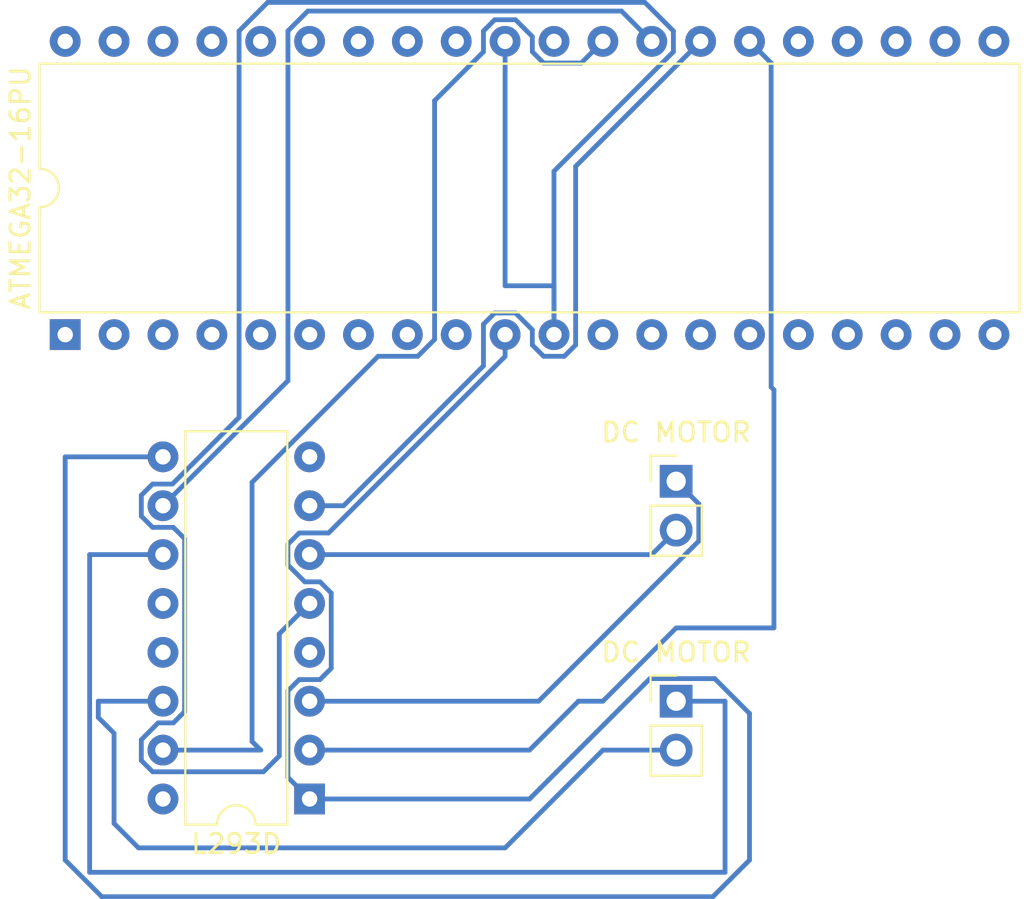
<source format=kicad_pcb>
(kicad_pcb (version 20171130) (host pcbnew "(5.1.9)-1")

  (general
    (thickness 1.6)
    (drawings 0)
    (tracks 113)
    (zones 0)
    (modules 4)
    (nets 49)
  )

  (page A4)
  (layers
    (0 F.Cu signal)
    (31 B.Cu signal)
    (32 B.Adhes user)
    (33 F.Adhes user)
    (34 B.Paste user)
    (35 F.Paste user)
    (36 B.SilkS user)
    (37 F.SilkS user)
    (38 B.Mask user)
    (39 F.Mask user)
    (40 Dwgs.User user)
    (41 Cmts.User user)
    (42 Eco1.User user)
    (43 Eco2.User user)
    (44 Edge.Cuts user)
    (45 Margin user)
    (46 B.CrtYd user)
    (47 F.CrtYd user)
    (48 B.Fab user)
    (49 F.Fab user)
  )

  (setup
    (last_trace_width 0.25)
    (trace_clearance 0.2)
    (zone_clearance 0.508)
    (zone_45_only no)
    (trace_min 0.2)
    (via_size 0.8)
    (via_drill 0.4)
    (via_min_size 0.4)
    (via_min_drill 0.3)
    (uvia_size 0.3)
    (uvia_drill 0.1)
    (uvias_allowed no)
    (uvia_min_size 0.2)
    (uvia_min_drill 0.1)
    (edge_width 0.05)
    (segment_width 0.2)
    (pcb_text_width 0.3)
    (pcb_text_size 1.5 1.5)
    (mod_edge_width 0.12)
    (mod_text_size 1 1)
    (mod_text_width 0.15)
    (pad_size 1.524 1.524)
    (pad_drill 0.762)
    (pad_to_mask_clearance 0)
    (aux_axis_origin 0 0)
    (visible_elements 7FFFFFFF)
    (pcbplotparams
      (layerselection 0x010fc_ffffffff)
      (usegerberextensions false)
      (usegerberattributes true)
      (usegerberadvancedattributes true)
      (creategerberjobfile true)
      (excludeedgelayer true)
      (linewidth 0.100000)
      (plotframeref false)
      (viasonmask false)
      (mode 1)
      (useauxorigin false)
      (hpglpennumber 1)
      (hpglpenspeed 20)
      (hpglpendiameter 15.000000)
      (psnegative false)
      (psa4output false)
      (plotreference true)
      (plotvalue true)
      (plotinvisibletext false)
      (padsonsilk false)
      (subtractmaskfromsilk false)
      (outputformat 1)
      (mirror false)
      (drillshape 1)
      (scaleselection 1)
      (outputdirectory ""))
  )

  (net 0 "")
  (net 1 "Net-(M1-Pad1)")
  (net 2 "Net-(M1-Pad2)")
  (net 3 "Net-(M2-Pad2)")
  (net 4 "Net-(M2-Pad1)")
  (net 5 "Net-(U1-Pad1)")
  (net 6 "Net-(U1-Pad21)")
  (net 7 "Net-(U1-Pad2)")
  (net 8 "Net-(U1-Pad22)")
  (net 9 "Net-(U1-Pad3)")
  (net 10 "Net-(U1-Pad23)")
  (net 11 "Net-(U1-Pad4)")
  (net 12 "Net-(U1-Pad24)")
  (net 13 "Net-(U1-Pad5)")
  (net 14 "Net-(U1-Pad25)")
  (net 15 "Net-(U1-Pad6)")
  (net 16 "Net-(U1-Pad26)")
  (net 17 "Net-(U1-Pad7)")
  (net 18 "Net-(U1-Pad27)")
  (net 19 "Net-(U1-Pad8)")
  (net 20 "Net-(U1-Pad28)")
  (net 21 "Net-(U1-Pad9)")
  (net 22 "Net-(U1-Pad29)")
  (net 23 VCC)
  (net 24 "Net-(U1-Pad30)")
  (net 25 GND)
  (net 26 "Net-(U1-Pad12)")
  (net 27 "Net-(U1-Pad32)")
  (net 28 "Net-(U1-Pad13)")
  (net 29 "Net-(U1-Pad33)")
  (net 30 "Net-(U1-Pad14)")
  (net 31 "Net-(U1-Pad34)")
  (net 32 "Net-(U1-Pad15)")
  (net 33 "Net-(U1-Pad35)")
  (net 34 "Net-(U1-Pad16)")
  (net 35 "Net-(U1-Pad36)")
  (net 36 "Net-(U1-Pad17)")
  (net 37 "Net-(U1-Pad37)")
  (net 38 "Net-(U1-Pad18)")
  (net 39 "Net-(U1-Pad38)")
  (net 40 "Net-(U1-Pad19)")
  (net 41 "Net-(U1-Pad39)")
  (net 42 "Net-(U1-Pad20)")
  (net 43 "Net-(U1-Pad40)")
  (net 44 "Net-(U2-Pad4)")
  (net 45 "Net-(U2-Pad12)")
  (net 46 "Net-(U2-Pad13)")
  (net 47 "Net-(U2-Pad8)")
  (net 48 "Net-(U2-Pad16)")

  (net_class Default "This is the default net class."
    (clearance 0.2)
    (trace_width 0.25)
    (via_dia 0.8)
    (via_drill 0.4)
    (uvia_dia 0.3)
    (uvia_drill 0.1)
    (add_net GND)
    (add_net "Net-(M1-Pad1)")
    (add_net "Net-(M1-Pad2)")
    (add_net "Net-(M2-Pad1)")
    (add_net "Net-(M2-Pad2)")
    (add_net "Net-(U1-Pad1)")
    (add_net "Net-(U1-Pad12)")
    (add_net "Net-(U1-Pad13)")
    (add_net "Net-(U1-Pad14)")
    (add_net "Net-(U1-Pad15)")
    (add_net "Net-(U1-Pad16)")
    (add_net "Net-(U1-Pad17)")
    (add_net "Net-(U1-Pad18)")
    (add_net "Net-(U1-Pad19)")
    (add_net "Net-(U1-Pad2)")
    (add_net "Net-(U1-Pad20)")
    (add_net "Net-(U1-Pad21)")
    (add_net "Net-(U1-Pad22)")
    (add_net "Net-(U1-Pad23)")
    (add_net "Net-(U1-Pad24)")
    (add_net "Net-(U1-Pad25)")
    (add_net "Net-(U1-Pad26)")
    (add_net "Net-(U1-Pad27)")
    (add_net "Net-(U1-Pad28)")
    (add_net "Net-(U1-Pad29)")
    (add_net "Net-(U1-Pad3)")
    (add_net "Net-(U1-Pad30)")
    (add_net "Net-(U1-Pad32)")
    (add_net "Net-(U1-Pad33)")
    (add_net "Net-(U1-Pad34)")
    (add_net "Net-(U1-Pad35)")
    (add_net "Net-(U1-Pad36)")
    (add_net "Net-(U1-Pad37)")
    (add_net "Net-(U1-Pad38)")
    (add_net "Net-(U1-Pad39)")
    (add_net "Net-(U1-Pad4)")
    (add_net "Net-(U1-Pad40)")
    (add_net "Net-(U1-Pad5)")
    (add_net "Net-(U1-Pad6)")
    (add_net "Net-(U1-Pad7)")
    (add_net "Net-(U1-Pad8)")
    (add_net "Net-(U1-Pad9)")
    (add_net "Net-(U2-Pad12)")
    (add_net "Net-(U2-Pad13)")
    (add_net "Net-(U2-Pad16)")
    (add_net "Net-(U2-Pad4)")
    (add_net "Net-(U2-Pad8)")
    (add_net VCC)
  )

  (module Package_DIP:DIP-16_W7.62mm (layer F.Cu) (tedit 5A02E8C5) (tstamp 607A300F)
    (at 125.73 132.08 180)
    (descr "16-lead though-hole mounted DIP package, row spacing 7.62 mm (300 mils)")
    (tags "THT DIP DIL PDIP 2.54mm 7.62mm 300mil")
    (path /6079EF79)
    (fp_text reference L293D (at 3.81 -2.33) (layer F.SilkS)
      (effects (font (size 1 1) (thickness 0.15)))
    )
    (fp_text value L293D (at 3.81 -2.54) (layer F.Fab)
      (effects (font (size 1 1) (thickness 0.15)))
    )
    (fp_line (start 1.635 -1.27) (end 6.985 -1.27) (layer F.Fab) (width 0.1))
    (fp_line (start 6.985 -1.27) (end 6.985 19.05) (layer F.Fab) (width 0.1))
    (fp_line (start 6.985 19.05) (end 0.635 19.05) (layer F.Fab) (width 0.1))
    (fp_line (start 0.635 19.05) (end 0.635 -0.27) (layer F.Fab) (width 0.1))
    (fp_line (start 0.635 -0.27) (end 1.635 -1.27) (layer F.Fab) (width 0.1))
    (fp_line (start 2.81 -1.33) (end 1.16 -1.33) (layer F.SilkS) (width 0.12))
    (fp_line (start 1.16 -1.33) (end 1.16 19.11) (layer F.SilkS) (width 0.12))
    (fp_line (start 1.16 19.11) (end 6.46 19.11) (layer F.SilkS) (width 0.12))
    (fp_line (start 6.46 19.11) (end 6.46 -1.33) (layer F.SilkS) (width 0.12))
    (fp_line (start 6.46 -1.33) (end 4.81 -1.33) (layer F.SilkS) (width 0.12))
    (fp_line (start -1.1 -1.55) (end -1.1 19.3) (layer F.CrtYd) (width 0.05))
    (fp_line (start -1.1 19.3) (end 8.7 19.3) (layer F.CrtYd) (width 0.05))
    (fp_line (start 8.7 19.3) (end 8.7 -1.55) (layer F.CrtYd) (width 0.05))
    (fp_line (start 8.7 -1.55) (end -1.1 -1.55) (layer F.CrtYd) (width 0.05))
    (fp_arc (start 3.81 -1.33) (end 2.81 -1.33) (angle -180) (layer F.SilkS) (width 0.12))
    (fp_text user %R (at 3.81 8.89) (layer F.Fab)
      (effects (font (size 1 1) (thickness 0.15)))
    )
    (pad 1 thru_hole rect (at 0 0 180) (size 1.6 1.6) (drill 0.8) (layers *.Cu *.Mask)
      (net 23 VCC))
    (pad 9 thru_hole oval (at 7.62 17.78 180) (size 1.6 1.6) (drill 0.8) (layers *.Cu *.Mask)
      (net 23 VCC))
    (pad 2 thru_hole oval (at 0 2.54 180) (size 1.6 1.6) (drill 0.8) (layers *.Cu *.Mask)
      (net 16 "Net-(U1-Pad26)"))
    (pad 10 thru_hole oval (at 7.62 15.24 180) (size 1.6 1.6) (drill 0.8) (layers *.Cu *.Mask)
      (net 20 "Net-(U1-Pad28)"))
    (pad 3 thru_hole oval (at 0 5.08 180) (size 1.6 1.6) (drill 0.8) (layers *.Cu *.Mask)
      (net 1 "Net-(M1-Pad1)"))
    (pad 11 thru_hole oval (at 7.62 12.7 180) (size 1.6 1.6) (drill 0.8) (layers *.Cu *.Mask)
      (net 4 "Net-(M2-Pad1)"))
    (pad 4 thru_hole oval (at 0 7.62 180) (size 1.6 1.6) (drill 0.8) (layers *.Cu *.Mask)
      (net 44 "Net-(U2-Pad4)"))
    (pad 12 thru_hole oval (at 7.62 10.16 180) (size 1.6 1.6) (drill 0.8) (layers *.Cu *.Mask)
      (net 45 "Net-(U2-Pad12)"))
    (pad 5 thru_hole oval (at 0 10.16 180) (size 1.6 1.6) (drill 0.8) (layers *.Cu *.Mask)
      (net 25 GND))
    (pad 13 thru_hole oval (at 7.62 7.62 180) (size 1.6 1.6) (drill 0.8) (layers *.Cu *.Mask)
      (net 46 "Net-(U2-Pad13)"))
    (pad 6 thru_hole oval (at 0 12.7 180) (size 1.6 1.6) (drill 0.8) (layers *.Cu *.Mask)
      (net 2 "Net-(M1-Pad2)"))
    (pad 14 thru_hole oval (at 7.62 5.08 180) (size 1.6 1.6) (drill 0.8) (layers *.Cu *.Mask)
      (net 3 "Net-(M2-Pad2)"))
    (pad 7 thru_hole oval (at 0 15.24 180) (size 1.6 1.6) (drill 0.8) (layers *.Cu *.Mask)
      (net 18 "Net-(U1-Pad27)"))
    (pad 15 thru_hole oval (at 7.62 2.54 180) (size 1.6 1.6) (drill 0.8) (layers *.Cu *.Mask)
      (net 22 "Net-(U1-Pad29)"))
    (pad 8 thru_hole oval (at 0 17.78 180) (size 1.6 1.6) (drill 0.8) (layers *.Cu *.Mask)
      (net 47 "Net-(U2-Pad8)"))
    (pad 16 thru_hole oval (at 7.62 0 180) (size 1.6 1.6) (drill 0.8) (layers *.Cu *.Mask)
      (net 48 "Net-(U2-Pad16)"))
    (model ${KISYS3DMOD}/Package_DIP.3dshapes/DIP-16_W7.62mm.wrl
      (at (xyz 0 0 0))
      (scale (xyz 1 1 1))
      (rotate (xyz 0 0 0))
    )
  )

  (module Package_DIP:DIP-40_W15.24mm (layer F.Cu) (tedit 5A02E8C5) (tstamp 607A2FEB)
    (at 113.03 107.95 90)
    (descr "40-lead though-hole mounted DIP package, row spacing 15.24 mm (600 mils)")
    (tags "THT DIP DIL PDIP 2.54mm 15.24mm 600mil")
    (path /6079CA0E)
    (fp_text reference ATMEGA32-16PU (at 7.62 -2.33 90) (layer F.SilkS)
      (effects (font (size 1 1) (thickness 0.15)))
    )
    (fp_text value ATmega32-16PU (at 7.62 -2.54 90) (layer F.Fab)
      (effects (font (size 1 1) (thickness 0.15)))
    )
    (fp_line (start 1.255 -1.27) (end 14.985 -1.27) (layer F.Fab) (width 0.1))
    (fp_line (start 14.985 -1.27) (end 14.985 49.53) (layer F.Fab) (width 0.1))
    (fp_line (start 14.985 49.53) (end 0.255 49.53) (layer F.Fab) (width 0.1))
    (fp_line (start 0.255 49.53) (end 0.255 -0.27) (layer F.Fab) (width 0.1))
    (fp_line (start 0.255 -0.27) (end 1.255 -1.27) (layer F.Fab) (width 0.1))
    (fp_line (start 6.62 -1.33) (end 1.16 -1.33) (layer F.SilkS) (width 0.12))
    (fp_line (start 1.16 -1.33) (end 1.16 49.59) (layer F.SilkS) (width 0.12))
    (fp_line (start 1.16 49.59) (end 14.08 49.59) (layer F.SilkS) (width 0.12))
    (fp_line (start 14.08 49.59) (end 14.08 -1.33) (layer F.SilkS) (width 0.12))
    (fp_line (start 14.08 -1.33) (end 8.62 -1.33) (layer F.SilkS) (width 0.12))
    (fp_line (start -1.05 -1.55) (end -1.05 49.8) (layer F.CrtYd) (width 0.05))
    (fp_line (start -1.05 49.8) (end 16.3 49.8) (layer F.CrtYd) (width 0.05))
    (fp_line (start 16.3 49.8) (end 16.3 -1.55) (layer F.CrtYd) (width 0.05))
    (fp_line (start 16.3 -1.55) (end -1.05 -1.55) (layer F.CrtYd) (width 0.05))
    (fp_arc (start 7.62 -1.33) (end 6.62 -1.33) (angle -180) (layer F.SilkS) (width 0.12))
    (fp_text user %R (at 7.62 24.13 90) (layer F.Fab)
      (effects (font (size 1 1) (thickness 0.15)))
    )
    (pad 1 thru_hole rect (at 0 0 90) (size 1.6 1.6) (drill 0.8) (layers *.Cu *.Mask)
      (net 5 "Net-(U1-Pad1)"))
    (pad 21 thru_hole oval (at 15.24 48.26 90) (size 1.6 1.6) (drill 0.8) (layers *.Cu *.Mask)
      (net 6 "Net-(U1-Pad21)"))
    (pad 2 thru_hole oval (at 0 2.54 90) (size 1.6 1.6) (drill 0.8) (layers *.Cu *.Mask)
      (net 7 "Net-(U1-Pad2)"))
    (pad 22 thru_hole oval (at 15.24 45.72 90) (size 1.6 1.6) (drill 0.8) (layers *.Cu *.Mask)
      (net 8 "Net-(U1-Pad22)"))
    (pad 3 thru_hole oval (at 0 5.08 90) (size 1.6 1.6) (drill 0.8) (layers *.Cu *.Mask)
      (net 9 "Net-(U1-Pad3)"))
    (pad 23 thru_hole oval (at 15.24 43.18 90) (size 1.6 1.6) (drill 0.8) (layers *.Cu *.Mask)
      (net 10 "Net-(U1-Pad23)"))
    (pad 4 thru_hole oval (at 0 7.62 90) (size 1.6 1.6) (drill 0.8) (layers *.Cu *.Mask)
      (net 11 "Net-(U1-Pad4)"))
    (pad 24 thru_hole oval (at 15.24 40.64 90) (size 1.6 1.6) (drill 0.8) (layers *.Cu *.Mask)
      (net 12 "Net-(U1-Pad24)"))
    (pad 5 thru_hole oval (at 0 10.16 90) (size 1.6 1.6) (drill 0.8) (layers *.Cu *.Mask)
      (net 13 "Net-(U1-Pad5)"))
    (pad 25 thru_hole oval (at 15.24 38.1 90) (size 1.6 1.6) (drill 0.8) (layers *.Cu *.Mask)
      (net 14 "Net-(U1-Pad25)"))
    (pad 6 thru_hole oval (at 0 12.7 90) (size 1.6 1.6) (drill 0.8) (layers *.Cu *.Mask)
      (net 15 "Net-(U1-Pad6)"))
    (pad 26 thru_hole oval (at 15.24 35.56 90) (size 1.6 1.6) (drill 0.8) (layers *.Cu *.Mask)
      (net 16 "Net-(U1-Pad26)"))
    (pad 7 thru_hole oval (at 0 15.24 90) (size 1.6 1.6) (drill 0.8) (layers *.Cu *.Mask)
      (net 17 "Net-(U1-Pad7)"))
    (pad 27 thru_hole oval (at 15.24 33.02 90) (size 1.6 1.6) (drill 0.8) (layers *.Cu *.Mask)
      (net 18 "Net-(U1-Pad27)"))
    (pad 8 thru_hole oval (at 0 17.78 90) (size 1.6 1.6) (drill 0.8) (layers *.Cu *.Mask)
      (net 19 "Net-(U1-Pad8)"))
    (pad 28 thru_hole oval (at 15.24 30.48 90) (size 1.6 1.6) (drill 0.8) (layers *.Cu *.Mask)
      (net 20 "Net-(U1-Pad28)"))
    (pad 9 thru_hole oval (at 0 20.32 90) (size 1.6 1.6) (drill 0.8) (layers *.Cu *.Mask)
      (net 21 "Net-(U1-Pad9)"))
    (pad 29 thru_hole oval (at 15.24 27.94 90) (size 1.6 1.6) (drill 0.8) (layers *.Cu *.Mask)
      (net 22 "Net-(U1-Pad29)"))
    (pad 10 thru_hole oval (at 0 22.86 90) (size 1.6 1.6) (drill 0.8) (layers *.Cu *.Mask)
      (net 23 VCC))
    (pad 30 thru_hole oval (at 15.24 25.4 90) (size 1.6 1.6) (drill 0.8) (layers *.Cu *.Mask)
      (net 24 "Net-(U1-Pad30)"))
    (pad 11 thru_hole oval (at 0 25.4 90) (size 1.6 1.6) (drill 0.8) (layers *.Cu *.Mask)
      (net 25 GND))
    (pad 31 thru_hole oval (at 15.24 22.86 90) (size 1.6 1.6) (drill 0.8) (layers *.Cu *.Mask)
      (net 25 GND))
    (pad 12 thru_hole oval (at 0 27.94 90) (size 1.6 1.6) (drill 0.8) (layers *.Cu *.Mask)
      (net 26 "Net-(U1-Pad12)"))
    (pad 32 thru_hole oval (at 15.24 20.32 90) (size 1.6 1.6) (drill 0.8) (layers *.Cu *.Mask)
      (net 27 "Net-(U1-Pad32)"))
    (pad 13 thru_hole oval (at 0 30.48 90) (size 1.6 1.6) (drill 0.8) (layers *.Cu *.Mask)
      (net 28 "Net-(U1-Pad13)"))
    (pad 33 thru_hole oval (at 15.24 17.78 90) (size 1.6 1.6) (drill 0.8) (layers *.Cu *.Mask)
      (net 29 "Net-(U1-Pad33)"))
    (pad 14 thru_hole oval (at 0 33.02 90) (size 1.6 1.6) (drill 0.8) (layers *.Cu *.Mask)
      (net 30 "Net-(U1-Pad14)"))
    (pad 34 thru_hole oval (at 15.24 15.24 90) (size 1.6 1.6) (drill 0.8) (layers *.Cu *.Mask)
      (net 31 "Net-(U1-Pad34)"))
    (pad 15 thru_hole oval (at 0 35.56 90) (size 1.6 1.6) (drill 0.8) (layers *.Cu *.Mask)
      (net 32 "Net-(U1-Pad15)"))
    (pad 35 thru_hole oval (at 15.24 12.7 90) (size 1.6 1.6) (drill 0.8) (layers *.Cu *.Mask)
      (net 33 "Net-(U1-Pad35)"))
    (pad 16 thru_hole oval (at 0 38.1 90) (size 1.6 1.6) (drill 0.8) (layers *.Cu *.Mask)
      (net 34 "Net-(U1-Pad16)"))
    (pad 36 thru_hole oval (at 15.24 10.16 90) (size 1.6 1.6) (drill 0.8) (layers *.Cu *.Mask)
      (net 35 "Net-(U1-Pad36)"))
    (pad 17 thru_hole oval (at 0 40.64 90) (size 1.6 1.6) (drill 0.8) (layers *.Cu *.Mask)
      (net 36 "Net-(U1-Pad17)"))
    (pad 37 thru_hole oval (at 15.24 7.62 90) (size 1.6 1.6) (drill 0.8) (layers *.Cu *.Mask)
      (net 37 "Net-(U1-Pad37)"))
    (pad 18 thru_hole oval (at 0 43.18 90) (size 1.6 1.6) (drill 0.8) (layers *.Cu *.Mask)
      (net 38 "Net-(U1-Pad18)"))
    (pad 38 thru_hole oval (at 15.24 5.08 90) (size 1.6 1.6) (drill 0.8) (layers *.Cu *.Mask)
      (net 39 "Net-(U1-Pad38)"))
    (pad 19 thru_hole oval (at 0 45.72 90) (size 1.6 1.6) (drill 0.8) (layers *.Cu *.Mask)
      (net 40 "Net-(U1-Pad19)"))
    (pad 39 thru_hole oval (at 15.24 2.54 90) (size 1.6 1.6) (drill 0.8) (layers *.Cu *.Mask)
      (net 41 "Net-(U1-Pad39)"))
    (pad 20 thru_hole oval (at 0 48.26 90) (size 1.6 1.6) (drill 0.8) (layers *.Cu *.Mask)
      (net 42 "Net-(U1-Pad20)"))
    (pad 40 thru_hole oval (at 15.24 0 90) (size 1.6 1.6) (drill 0.8) (layers *.Cu *.Mask)
      (net 43 "Net-(U1-Pad40)"))
    (model ${KISYS3DMOD}/Package_DIP.3dshapes/DIP-40_W15.24mm.wrl
      (at (xyz 0 0 0))
      (scale (xyz 1 1 1))
      (rotate (xyz 0 0 0))
    )
  )

  (module Connector_PinHeader_2.54mm:PinHeader_1x02_P2.54mm_Vertical (layer F.Cu) (tedit 59FED5CC) (tstamp 607A2F99)
    (at 144.78 115.57)
    (descr "Through hole straight pin header, 1x02, 2.54mm pitch, single row")
    (tags "Through hole pin header THT 1x02 2.54mm single row")
    (path /607A1E42)
    (fp_text reference "DC MOTOR" (at 0 -2.54) (layer F.SilkS)
      (effects (font (size 1 1) (thickness 0.15)))
    )
    (fp_text value Motor_DC (at 0 4.87) (layer F.Fab)
      (effects (font (size 1 1) (thickness 0.15)))
    )
    (fp_line (start -0.635 -1.27) (end 1.27 -1.27) (layer F.Fab) (width 0.1))
    (fp_line (start 1.27 -1.27) (end 1.27 3.81) (layer F.Fab) (width 0.1))
    (fp_line (start 1.27 3.81) (end -1.27 3.81) (layer F.Fab) (width 0.1))
    (fp_line (start -1.27 3.81) (end -1.27 -0.635) (layer F.Fab) (width 0.1))
    (fp_line (start -1.27 -0.635) (end -0.635 -1.27) (layer F.Fab) (width 0.1))
    (fp_line (start -1.33 3.87) (end 1.33 3.87) (layer F.SilkS) (width 0.12))
    (fp_line (start -1.33 1.27) (end -1.33 3.87) (layer F.SilkS) (width 0.12))
    (fp_line (start 1.33 1.27) (end 1.33 3.87) (layer F.SilkS) (width 0.12))
    (fp_line (start -1.33 1.27) (end 1.33 1.27) (layer F.SilkS) (width 0.12))
    (fp_line (start -1.33 0) (end -1.33 -1.33) (layer F.SilkS) (width 0.12))
    (fp_line (start -1.33 -1.33) (end 0 -1.33) (layer F.SilkS) (width 0.12))
    (fp_line (start -1.8 -1.8) (end -1.8 4.35) (layer F.CrtYd) (width 0.05))
    (fp_line (start -1.8 4.35) (end 1.8 4.35) (layer F.CrtYd) (width 0.05))
    (fp_line (start 1.8 4.35) (end 1.8 -1.8) (layer F.CrtYd) (width 0.05))
    (fp_line (start 1.8 -1.8) (end -1.8 -1.8) (layer F.CrtYd) (width 0.05))
    (fp_text user %R (at 0 1.27 90) (layer F.Fab)
      (effects (font (size 1 1) (thickness 0.15)))
    )
    (pad 1 thru_hole rect (at 0 0) (size 1.7 1.7) (drill 1) (layers *.Cu *.Mask)
      (net 1 "Net-(M1-Pad1)"))
    (pad 2 thru_hole oval (at 0 2.54) (size 1.7 1.7) (drill 1) (layers *.Cu *.Mask)
      (net 2 "Net-(M1-Pad2)"))
    (model ${KISYS3DMOD}/Connector_PinHeader_2.54mm.3dshapes/PinHeader_1x02_P2.54mm_Vertical.wrl
      (at (xyz 0 0 0))
      (scale (xyz 1 1 1))
      (rotate (xyz 0 0 0))
    )
  )

  (module Connector_PinHeader_2.54mm:PinHeader_1x02_P2.54mm_Vertical (layer F.Cu) (tedit 59FED5CC) (tstamp 607A2FAF)
    (at 144.78 127)
    (descr "Through hole straight pin header, 1x02, 2.54mm pitch, single row")
    (tags "Through hole pin header THT 1x02 2.54mm single row")
    (path /607A2869)
    (fp_text reference "DC MOTOR" (at 0 -2.54) (layer F.SilkS)
      (effects (font (size 1 1) (thickness 0.15)))
    )
    (fp_text value Motor_DC (at 0 4.87) (layer F.Fab)
      (effects (font (size 1 1) (thickness 0.15)))
    )
    (fp_line (start 1.8 -1.8) (end -1.8 -1.8) (layer F.CrtYd) (width 0.05))
    (fp_line (start 1.8 4.35) (end 1.8 -1.8) (layer F.CrtYd) (width 0.05))
    (fp_line (start -1.8 4.35) (end 1.8 4.35) (layer F.CrtYd) (width 0.05))
    (fp_line (start -1.8 -1.8) (end -1.8 4.35) (layer F.CrtYd) (width 0.05))
    (fp_line (start -1.33 -1.33) (end 0 -1.33) (layer F.SilkS) (width 0.12))
    (fp_line (start -1.33 0) (end -1.33 -1.33) (layer F.SilkS) (width 0.12))
    (fp_line (start -1.33 1.27) (end 1.33 1.27) (layer F.SilkS) (width 0.12))
    (fp_line (start 1.33 1.27) (end 1.33 3.87) (layer F.SilkS) (width 0.12))
    (fp_line (start -1.33 1.27) (end -1.33 3.87) (layer F.SilkS) (width 0.12))
    (fp_line (start -1.33 3.87) (end 1.33 3.87) (layer F.SilkS) (width 0.12))
    (fp_line (start -1.27 -0.635) (end -0.635 -1.27) (layer F.Fab) (width 0.1))
    (fp_line (start -1.27 3.81) (end -1.27 -0.635) (layer F.Fab) (width 0.1))
    (fp_line (start 1.27 3.81) (end -1.27 3.81) (layer F.Fab) (width 0.1))
    (fp_line (start 1.27 -1.27) (end 1.27 3.81) (layer F.Fab) (width 0.1))
    (fp_line (start -0.635 -1.27) (end 1.27 -1.27) (layer F.Fab) (width 0.1))
    (fp_text user %R (at 0 1.27 90) (layer F.Fab)
      (effects (font (size 1 1) (thickness 0.15)))
    )
    (pad 2 thru_hole oval (at 0 2.54) (size 1.7 1.7) (drill 1) (layers *.Cu *.Mask)
      (net 3 "Net-(M2-Pad2)"))
    (pad 1 thru_hole rect (at 0 0) (size 1.7 1.7) (drill 1) (layers *.Cu *.Mask)
      (net 4 "Net-(M2-Pad1)"))
    (model ${KISYS3DMOD}/Connector_PinHeader_2.54mm.3dshapes/PinHeader_1x02_P2.54mm_Vertical.wrl
      (at (xyz 0 0 0))
      (scale (xyz 1 1 1))
      (rotate (xyz 0 0 0))
    )
  )

  (segment (start 145.955001 116.745001) (end 144.78 115.57) (width 0.25) (layer B.Cu) (net 1))
  (segment (start 145.955001 118.674001) (end 145.955001 116.745001) (width 0.25) (layer B.Cu) (net 1))
  (segment (start 137.629002 127) (end 145.955001 118.674001) (width 0.25) (layer B.Cu) (net 1))
  (segment (start 125.73 127) (end 137.629002 127) (width 0.25) (layer B.Cu) (net 1))
  (segment (start 143.51 119.38) (end 144.78 118.11) (width 0.25) (layer B.Cu) (net 2))
  (segment (start 125.73 119.38) (end 143.51 119.38) (width 0.25) (layer B.Cu) (net 2))
  (segment (start 135.89 134.62) (end 140.97 129.54) (width 0.25) (layer B.Cu) (net 3))
  (segment (start 116.84 134.62) (end 135.89 134.62) (width 0.25) (layer B.Cu) (net 3))
  (segment (start 115.57 133.35) (end 116.84 134.62) (width 0.25) (layer B.Cu) (net 3))
  (segment (start 115.57 128.665002) (end 115.57 133.35) (width 0.25) (layer B.Cu) (net 3))
  (segment (start 140.97 129.54) (end 144.78 129.54) (width 0.25) (layer B.Cu) (net 3))
  (segment (start 114.75001 127.845012) (end 115.57 128.665002) (width 0.25) (layer B.Cu) (net 3))
  (segment (start 114.75001 127) (end 114.75001 127.845012) (width 0.25) (layer B.Cu) (net 3))
  (segment (start 118.11 127) (end 114.75001 127) (width 0.25) (layer B.Cu) (net 3))
  (segment (start 147.32 127) (end 144.78 127) (width 0.25) (layer B.Cu) (net 4))
  (segment (start 147.32 135.89) (end 147.32 127) (width 0.25) (layer B.Cu) (net 4))
  (segment (start 114.3 119.38) (end 114.3 135.89) (width 0.25) (layer B.Cu) (net 4))
  (segment (start 114.3 135.89) (end 147.32 135.89) (width 0.25) (layer B.Cu) (net 4))
  (segment (start 118.11 119.38) (end 114.3 119.38) (width 0.25) (layer B.Cu) (net 4))
  (segment (start 125.73 129.54) (end 137.16 129.54) (width 0.25) (layer B.Cu) (net 16))
  (segment (start 137.16 129.54) (end 139.7 127) (width 0.25) (layer B.Cu) (net 16))
  (segment (start 139.7 127) (end 140.97 127) (width 0.25) (layer B.Cu) (net 16))
  (segment (start 140.97 127) (end 144.78 123.19) (width 0.25) (layer B.Cu) (net 16))
  (segment (start 144.78 123.19) (end 149.86 123.19) (width 0.25) (layer B.Cu) (net 16))
  (segment (start 149.715001 93.835001) (end 148.59 92.71) (width 0.25) (layer B.Cu) (net 16))
  (segment (start 149.715001 110.6764) (end 149.715001 93.835001) (width 0.25) (layer B.Cu) (net 16))
  (segment (start 149.86 110.821399) (end 149.715001 110.6764) (width 0.25) (layer B.Cu) (net 16))
  (segment (start 149.86 123.19) (end 149.86 110.821399) (width 0.25) (layer B.Cu) (net 16))
  (segment (start 139.555001 99.204999) (end 139.555001 108.490001) (width 0.25) (layer B.Cu) (net 18))
  (segment (start 146.05 92.71) (end 139.555001 99.204999) (width 0.25) (layer B.Cu) (net 18))
  (segment (start 125.73 116.84) (end 125.73 117.078588) (width 0.25) (layer B.Cu) (net 18))
  (segment (start 137.889999 109.075001) (end 138.970001 109.075001) (width 0.25) (layer B.Cu) (net 18))
  (segment (start 137.304999 108.490001) (end 137.889999 109.075001) (width 0.25) (layer B.Cu) (net 18))
  (segment (start 138.970001 109.075001) (end 139.555001 108.490001) (width 0.25) (layer B.Cu) (net 18))
  (segment (start 137.304999 107.699997) (end 137.304999 108.490001) (width 0.25) (layer B.Cu) (net 18))
  (segment (start 136.430001 106.824999) (end 137.304999 107.699997) (width 0.25) (layer B.Cu) (net 18))
  (segment (start 135.349999 106.824999) (end 136.430001 106.824999) (width 0.25) (layer B.Cu) (net 18))
  (segment (start 134.764999 107.409999) (end 135.349999 106.824999) (width 0.25) (layer B.Cu) (net 18))
  (segment (start 134.764999 109.569961) (end 134.764999 107.409999) (width 0.25) (layer B.Cu) (net 18))
  (segment (start 127.49496 116.84) (end 134.764999 109.569961) (width 0.25) (layer B.Cu) (net 18))
  (segment (start 125.73 116.84) (end 127.49496 116.84) (width 0.25) (layer B.Cu) (net 18))
  (segment (start 141.93499 91.13499) (end 143.51 92.71) (width 0.25) (layer B.Cu) (net 20))
  (segment (start 125.640008 91.13499) (end 141.93499 91.13499) (width 0.25) (layer B.Cu) (net 20))
  (segment (start 124.604999 92.169999) (end 125.640008 91.13499) (width 0.25) (layer B.Cu) (net 20))
  (segment (start 124.604999 110.345001) (end 124.604999 92.169999) (width 0.25) (layer B.Cu) (net 20))
  (segment (start 118.11 116.84) (end 124.604999 110.345001) (width 0.25) (layer B.Cu) (net 20))
  (segment (start 118.11 129.54) (end 123.19 129.54) (width 0.25) (layer B.Cu) (net 22))
  (segment (start 137.889999 93.835001) (end 139.844999 93.835001) (width 0.25) (layer B.Cu) (net 22))
  (segment (start 137.304999 93.250001) (end 137.889999 93.835001) (width 0.25) (layer B.Cu) (net 22))
  (segment (start 137.304999 92.459997) (end 137.304999 93.250001) (width 0.25) (layer B.Cu) (net 22))
  (segment (start 136.430001 91.584999) (end 137.304999 92.459997) (width 0.25) (layer B.Cu) (net 22))
  (segment (start 135.349999 91.584999) (end 136.430001 91.584999) (width 0.25) (layer B.Cu) (net 22))
  (segment (start 134.764999 92.169999) (end 135.349999 91.584999) (width 0.25) (layer B.Cu) (net 22))
  (segment (start 134.764999 93.250001) (end 134.764999 92.169999) (width 0.25) (layer B.Cu) (net 22))
  (segment (start 132.224999 95.790001) (end 134.764999 93.250001) (width 0.25) (layer B.Cu) (net 22))
  (segment (start 132.224999 108.200003) (end 132.224999 95.790001) (width 0.25) (layer B.Cu) (net 22))
  (segment (start 131.350001 109.075001) (end 132.224999 108.200003) (width 0.25) (layer B.Cu) (net 22))
  (segment (start 129.289997 109.075001) (end 131.350001 109.075001) (width 0.25) (layer B.Cu) (net 22))
  (segment (start 122.739991 115.625007) (end 129.289997 109.075001) (width 0.25) (layer B.Cu) (net 22))
  (segment (start 122.739991 129.089991) (end 122.739991 115.625007) (width 0.25) (layer B.Cu) (net 22))
  (segment (start 139.844999 93.835001) (end 140.97 92.71) (width 0.25) (layer B.Cu) (net 22))
  (segment (start 123.19 129.54) (end 122.739991 129.089991) (width 0.25) (layer B.Cu) (net 22))
  (segment (start 125.73 132.08) (end 137.16 132.08) (width 0.25) (layer B.Cu) (net 23))
  (segment (start 146.781409 125.824999) (end 148.59 127.63359) (width 0.25) (layer B.Cu) (net 23))
  (segment (start 137.16 132.08) (end 143.415001 125.824999) (width 0.25) (layer B.Cu) (net 23))
  (segment (start 148.59 135.25641) (end 146.68641 137.16) (width 0.25) (layer B.Cu) (net 23))
  (segment (start 148.59 127.63359) (end 148.59 135.25641) (width 0.25) (layer B.Cu) (net 23))
  (segment (start 114.93359 137.16) (end 113.03 135.25641) (width 0.25) (layer B.Cu) (net 23))
  (segment (start 146.68641 137.16) (end 114.93359 137.16) (width 0.25) (layer B.Cu) (net 23))
  (segment (start 113.03 135.25641) (end 113.03 114.3) (width 0.25) (layer B.Cu) (net 23))
  (segment (start 113.03 114.3) (end 118.11 114.3) (width 0.25) (layer B.Cu) (net 23))
  (segment (start 143.415001 125.824999) (end 146.781409 125.824999) (width 0.25) (layer B.Cu) (net 23))
  (segment (start 124.604999 130.954999) (end 125.73 132.08) (width 0.25) (layer B.Cu) (net 23))
  (segment (start 124.604999 126.459999) (end 124.604999 130.954999) (width 0.25) (layer B.Cu) (net 23))
  (segment (start 126.270001 125.874999) (end 125.189999 125.874999) (width 0.25) (layer B.Cu) (net 23))
  (segment (start 126.855001 125.289999) (end 126.270001 125.874999) (width 0.25) (layer B.Cu) (net 23))
  (segment (start 126.855001 121.379999) (end 126.855001 125.289999) (width 0.25) (layer B.Cu) (net 23))
  (segment (start 126.270001 120.794999) (end 126.855001 121.379999) (width 0.25) (layer B.Cu) (net 23))
  (segment (start 125.479997 120.794999) (end 126.270001 120.794999) (width 0.25) (layer B.Cu) (net 23))
  (segment (start 124.604999 119.920001) (end 125.479997 120.794999) (width 0.25) (layer B.Cu) (net 23))
  (segment (start 124.604999 118.839999) (end 124.604999 119.920001) (width 0.25) (layer B.Cu) (net 23))
  (segment (start 125.189999 118.254999) (end 124.604999 118.839999) (width 0.25) (layer B.Cu) (net 23))
  (segment (start 125.189999 125.874999) (end 124.604999 126.459999) (width 0.25) (layer B.Cu) (net 23))
  (segment (start 126.716371 118.254999) (end 125.189999 118.254999) (width 0.25) (layer B.Cu) (net 23))
  (segment (start 135.89 109.08137) (end 126.716371 118.254999) (width 0.25) (layer B.Cu) (net 23))
  (segment (start 135.89 107.95) (end 135.89 109.08137) (width 0.25) (layer B.Cu) (net 23))
  (segment (start 135.89 92.71) (end 135.89 105.41) (width 0.25) (layer B.Cu) (net 25))
  (segment (start 135.89 105.41) (end 138.43 105.41) (width 0.25) (layer B.Cu) (net 25))
  (segment (start 138.43 105.41) (end 138.43 107.95) (width 0.25) (layer B.Cu) (net 25))
  (segment (start 143.149983 90.684981) (end 144.635001 92.169999) (width 0.25) (layer B.Cu) (net 25))
  (segment (start 118.598591 115.714999) (end 122.064999 112.248591) (width 0.25) (layer B.Cu) (net 25))
  (segment (start 144.635001 92.169999) (end 144.635001 93.250001) (width 0.25) (layer B.Cu) (net 25))
  (segment (start 123.550017 90.684981) (end 143.149983 90.684981) (width 0.25) (layer B.Cu) (net 25))
  (segment (start 117.569999 115.714999) (end 118.598591 115.714999) (width 0.25) (layer B.Cu) (net 25))
  (segment (start 116.984999 116.299999) (end 117.569999 115.714999) (width 0.25) (layer B.Cu) (net 25))
  (segment (start 122.064999 112.248591) (end 122.064999 92.169999) (width 0.25) (layer B.Cu) (net 25))
  (segment (start 116.984999 117.380001) (end 116.984999 116.299999) (width 0.25) (layer B.Cu) (net 25))
  (segment (start 138.43 99.455002) (end 138.43 107.95) (width 0.25) (layer B.Cu) (net 25))
  (segment (start 117.569999 117.965001) (end 116.984999 117.380001) (width 0.25) (layer B.Cu) (net 25))
  (segment (start 118.650001 117.965001) (end 117.569999 117.965001) (width 0.25) (layer B.Cu) (net 25))
  (segment (start 119.235001 118.550001) (end 118.650001 117.965001) (width 0.25) (layer B.Cu) (net 25))
  (segment (start 144.635001 93.250001) (end 138.43 99.455002) (width 0.25) (layer B.Cu) (net 25))
  (segment (start 122.064999 92.169999) (end 123.550017 90.684981) (width 0.25) (layer B.Cu) (net 25))
  (segment (start 124.154989 123.495011) (end 124.154989 129.845011) (width 0.25) (layer B.Cu) (net 25))
  (segment (start 125.73 121.92) (end 124.154989 123.495011) (width 0.25) (layer B.Cu) (net 25))
  (segment (start 119.235001 127.540001) (end 119.235001 118.550001) (width 0.25) (layer B.Cu) (net 25))
  (segment (start 117.859997 128.125001) (end 118.650001 128.125001) (width 0.25) (layer B.Cu) (net 25))
  (segment (start 116.984999 128.999999) (end 117.859997 128.125001) (width 0.25) (layer B.Cu) (net 25))
  (segment (start 117.569999 130.665001) (end 116.984999 130.080001) (width 0.25) (layer B.Cu) (net 25))
  (segment (start 123.334999 130.665001) (end 117.569999 130.665001) (width 0.25) (layer B.Cu) (net 25))
  (segment (start 118.650001 128.125001) (end 119.235001 127.540001) (width 0.25) (layer B.Cu) (net 25))
  (segment (start 116.984999 130.080001) (end 116.984999 128.999999) (width 0.25) (layer B.Cu) (net 25))
  (segment (start 124.154989 129.845011) (end 123.334999 130.665001) (width 0.25) (layer B.Cu) (net 25))

)

</source>
